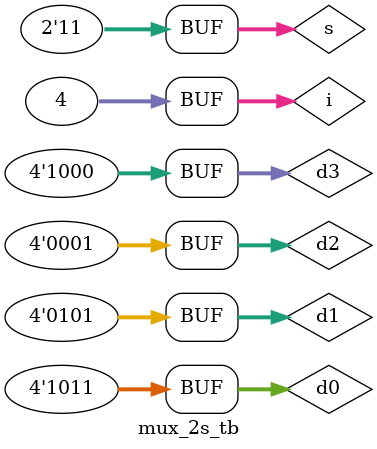
<source format=v>
`include"dec24.v"

module mux_2s #(
parameter w=4 // width parameter
) (input[w-1:0] d0, d1, d2, d3, //4 data inputs
input [1:0]s , // selection input
output [w-1:0]o // data output
);

wire [3:0]aux;

dec24 DEC_1(
   .i(s),
   .o(aux)
);

assign o = (aux[0]) ? d0 : (aux[1]) ? d1 : (aux[2]) ? d2 : (aux[3]) ? d3 : {w{1'bz}};

endmodule

module mux_2s_tb();

parameter w=4;

reg [w-1:0]d0,d1,d2,d3;
reg [1:0]s;
wire [w-1:0]o;

mux_2s DUT_MUX(.d0(d0), .d1(d1), .d2(d2), .d3(d3), .s(s), .o(o)); 

integer i;

initial begin

d0=4'b1011;
d1=4'b0101;
d2=4'b0001;
d3=4'b1000;


$display("Time\ts\to");
$monitor("%0t\t%02b\t%04b", $time, s, o);
for(i=0;i<w;i=i+1)
begin
    {s[1], s[0]}=i;
    #60;
end

end

endmodule


</source>
